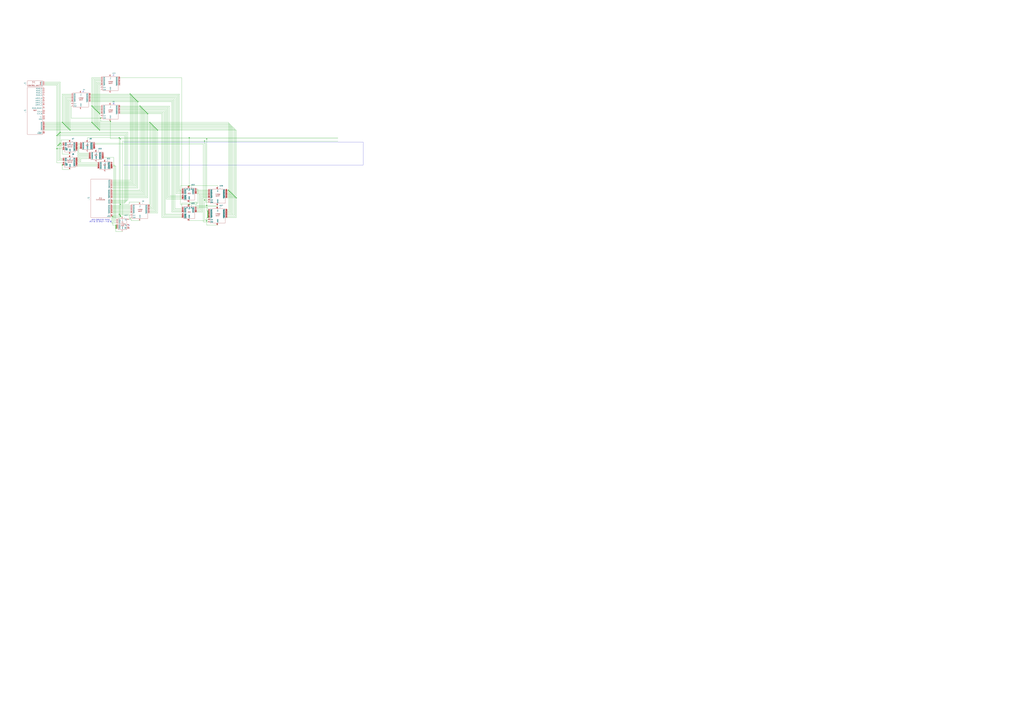
<source format=kicad_sch>
(kicad_sch (version 20231120) (generator "eeschema") (generator_version "8.0")
  (paper "A0")
  (lib_symbols
    (symbol "custom_symbol_lib:2x_4_input_AND"
      (property "Reference" "U" (at 3.556 2.032 0))
      (symbol "2x_4_input_AND_1_1"
        (rectangle (start -5.08 6.35) (end 5.08 -6.35))
        (text "2x\n4-input\nAND" (at 0 0.254 0) (effects (font (size 1.27 1.27))))
        (pin input line (at -7.62 5.08 0) (length 2.54) (name "1A") (number "1"))
        (pin input line (at -7.62 -2.54 0) (length 2.54) (name "2B") (number "10"))
        (pin no_connect line (at 7.62 -5.08 180) (length 2.54) (name "NC") (number "11"))
        (pin input line (at -7.62 -3.81 0) (length 2.54) (name "2C") (number "12"))
        (pin input line (at -7.62 -5.08 0) (length 2.54) (name "2D") (number "13"))
        (pin power_in line (at 0 8.89 270) (length 2.54) (name "V+") (number "14"))
        (pin input line (at -7.62 3.81 0) (length 2.54) (name "1B") (number "2"))
        (pin no_connect line (at 7.62 -3.81 180) (length 2.54) (name "NC") (number "3"))
        (pin input line (at -7.62 2.54 0) (length 2.54) (name "1C") (number "4"))
        (pin input line (at -7.62 1.27 0) (length 2.54) (name "1D") (number "5"))
        (pin output line (at 7.62 5.08 180) (length 2.54) (name "1Q") (number "6"))
        (pin power_in line (at 0 -8.89 90) (length 2.54) (name "GND") (number "7"))
        (pin output line (at 7.62 -1.27 180) (length 2.54) (name "2Q") (number "8"))
        (pin input line (at -7.62 -1.27 0) (length 2.54) (name "2A") (number "9"))
      )
    )
    (symbol "custom_symbol_lib:3_to_8_demultiplexer"
      (property "Reference" "U" (at 1.27 -1.016 0))
      (symbol "3_to_8_demultiplexer_1_1"
        (rectangle (start -6.35 6.35) (end 6.35 -5.08))
        (text "Demulti\nplexer" (at 0 2.032 0) (effects (font (size 1.27 1.27))))
        (pin input line (at -8.89 5.08 0) (length 2.54) (name "A0") (number "1"))
        (pin output line (at 8.89 -1.27 180) (length 2.54) (name "Y5") (number "10"))
        (pin output line (at 8.89 0 180) (length 2.54) (name "Y4") (number "11"))
        (pin output line (at 8.89 1.27 180) (length 2.54) (name "Y3") (number "12"))
        (pin output line (at 8.89 2.54 180) (length 2.54) (name "Y2") (number "13"))
        (pin output line (at 8.89 3.81 180) (length 2.54) (name "Y1") (number "14"))
        (pin output line (at 8.89 5.08 180) (length 2.54) (name "Y0") (number "15"))
        (pin power_in line (at 0 8.89 270) (length 2.54) (name "V+") (number "16"))
        (pin input line (at -8.89 3.81 0) (length 2.54) (name "A1") (number "2"))
        (pin input line (at -8.89 2.54 0) (length 2.54) (name "A2") (number "3"))
        (pin input line (at -8.89 -1.27 0) (length 2.54) (name "E2#") (number "4"))
        (pin input line (at -8.89 -2.54 0) (length 2.54) (name "E3#") (number "5"))
        (pin input line (at -8.89 0 0) (length 2.54) (name "E1") (number "6"))
        (pin output line (at 8.89 -3.81 180) (length 2.54) (name "Y7") (number "7"))
        (pin power_in line (at 0 -7.62 90) (length 2.54) (name "GND") (number "8"))
        (pin output line (at 8.89 -2.54 180) (length 2.54) (name "Y6") (number "9"))
      )
    )
    (symbol "custom_symbol_lib:4bit_adder"
      (property "Reference" "U" (at -2.794 4.064 0))
      (symbol "4bit_adder_0_1"
        (rectangle (start -8.89 12.7) (end 3.81 -1.27))
      )
      (symbol "4bit_adder_1_1"
        (text "ADD" (at -2.54 6.35 0) (effects (font (size 1.27 1.27))))
        (pin output line (at 6.35 8.89 180) (length 2.54) (name "Σ1") (number "1"))
        (pin output line (at 6.35 6.35 180) (length 2.54) (name "Σ3") (number "10"))
        (pin input line (at -11.43 0 0) (length 2.54) (name "B3") (number "11"))
        (pin input line (at -11.43 6.35 0) (length 2.54) (name "A3") (number "12"))
        (pin output line (at 6.35 7.62 180) (length 2.54) (name "Σ2") (number "13"))
        (pin input line (at -11.43 7.62 0) (length 2.54) (name "A2") (number "14"))
        (pin input line (at -11.43 1.27 0) (length 2.54) (name "B2") (number "15"))
        (pin power_in line (at -2.54 15.24 270) (length 2.54) (name "V+") (number "16"))
        (pin input line (at -11.43 2.54 0) (length 2.54) (name "B1") (number "2"))
        (pin input line (at -11.43 8.89 0) (length 2.54) (name "A1") (number "3"))
        (pin output line (at 6.35 10.16 180) (length 2.54) (name "Σ0") (number "4"))
        (pin input line (at -11.43 10.16 0) (length 2.54) (name "A0") (number "5"))
        (pin input line (at -11.43 3.81 0) (length 2.54) (name "B0") (number "6"))
        (pin input line (at -11.43 11.43 0) (length 2.54) (name "C_IN") (number "7"))
        (pin power_in line (at -2.54 -3.81 90) (length 2.54) (name "GND") (number "8"))
        (pin output line (at 6.35 11.43 180) (length 2.54) (name "C_OUT") (number "9"))
      )
    )
    (symbol "custom_symbol_lib:6xNOT"
      (property "Reference" "U" (at -2.032 -1.016 0))
      (symbol "6xNOT_0_1"
        (rectangle (start -6.35 5.08) (end 6.35 -3.81))
      )
      (symbol "6xNOT_1_1"
        (text "NOT" (at -0.254 1.27 0) (effects (font (size 1.27 1.27))))
        (pin input line (at -8.89 3.81 0) (length 2.54) (name "I0") (number "1"))
        (pin output line (at 8.89 -1.27 180) (length 2.54) (name "O4") (number "10"))
        (pin input line (at -8.89 -1.27 0) (length 2.54) (name "I4") (number "11"))
        (pin output line (at 8.89 -2.54 180) (length 2.54) (name "O5") (number "12"))
        (pin input line (at -8.89 -2.54 0) (length 2.54) (name "I5") (number "13"))
        (pin power_in line (at 0 7.62 270) (length 2.54) (name "V+") (number "14"))
        (pin output line (at 8.89 3.81 180) (length 2.54) (name "O0") (number "2"))
        (pin input line (at -8.89 2.54 0) (length 2.54) (name "I1") (number "3"))
        (pin output line (at 8.89 2.54 180) (length 2.54) (name "O1") (number "4"))
        (pin input line (at -8.89 1.27 0) (length 2.54) (name "I2") (number "5"))
        (pin output line (at 8.89 1.27 180) (length 2.54) (name "O2") (number "6"))
        (pin power_in line (at 0 -6.35 90) (length 2.54) (name "GND") (number "7"))
        (pin output line (at 8.89 0 180) (length 2.54) (name "03") (number "8"))
        (pin input line (at -8.89 0 0) (length 2.54) (name "I3") (number "9"))
      )
    )
    (symbol "custom_symbol_lib:ALU_extension"
      (property "Reference" "U" (at 0 -3.81 0))
      (symbol "ALU_extension_0_1"
        (rectangle (start -11.43 22.86) (end 11.43 -21.59))
      )
      (symbol "ALU_extension_1_1"
        (text "ALU\nEXTENSION" (at 0 0 0) (effects (font (size 1.27 1.27))))
        (pin input line (at -13.97 21.59 0) (length 2.54) (name "A0") (number "1"))
        (pin input line (at -13.97 8.89 0) (length 2.54) (name "B1") (number "10"))
        (pin input line (at -13.97 7.62 0) (length 2.54) (name "B2") (number "11"))
        (pin input line (at -13.97 6.35 0) (length 2.54) (name "B3") (number "12"))
        (pin input line (at -13.97 5.08 0) (length 2.54) (name "B4") (number "13"))
        (pin input line (at -13.97 3.81 0) (length 2.54) (name "B5") (number "14"))
        (pin input line (at -13.97 2.54 0) (length 2.54) (name "B6") (number "15"))
        (pin input line (at -13.97 1.27 0) (length 2.54) (name "B7") (number "16"))
        (pin input line (at -13.97 -1.27 0) (length 2.54) (name "S0") (number "17"))
        (pin input line (at -13.97 -2.54 0) (length 2.54) (name "S1") (number "18"))
        (pin input line (at -13.97 -3.81 0) (length 2.54) (name "S2") (number "19"))
        (pin input line (at -13.97 20.32 0) (length 2.54) (name "A1") (number "2"))
        (pin input line (at -13.97 -5.08 0) (length 2.54) (name "S3") (number "20"))
        (pin output line (at -13.97 -7.62 0) (length 2.54) (name "O0") (number "21"))
        (pin output line (at -13.97 -8.89 0) (length 2.54) (name "O1") (number "22"))
        (pin output line (at -13.97 -10.16 0) (length 2.54) (name "O2") (number "23"))
        (pin output line (at -13.97 -11.43 0) (length 2.54) (name "O3") (number "24"))
        (pin output line (at -13.97 -12.7 0) (length 2.54) (name "O4") (number "25"))
        (pin output line (at -13.97 -13.97 0) (length 2.54) (name "O5") (number "26"))
        (pin output line (at -13.97 -15.24 0) (length 2.54) (name "O6") (number "27"))
        (pin output line (at -13.97 -16.51 0) (length 2.54) (name "O7") (number "28"))
        (pin power_in line (at -13.97 -19.05 0) (length 2.54) (name "V+") (number "29"))
        (pin input line (at -13.97 19.05 0) (length 2.54) (name "A2") (number "3"))
        (pin power_in line (at -13.97 -20.32 0) (length 2.54) (name "GND") (number "30"))
        (pin input line (at -13.97 17.78 0) (length 2.54) (name "A3") (number "4"))
        (pin input line (at -13.97 16.51 0) (length 2.54) (name "A4") (number "5"))
        (pin input line (at -13.97 15.24 0) (length 2.54) (name "A5") (number "6"))
        (pin input line (at -13.97 13.97 0) (length 2.54) (name "A6") (number "7"))
        (pin input line (at -13.97 12.7 0) (length 2.54) (name "A7") (number "8"))
        (pin input line (at -13.97 10.16 0) (length 2.54) (name "B0") (number "9"))
      )
    )
    (symbol "custom_symbol_lib:ALU_opcode"
      (property "Reference" "U" (at -3.302 0.508 0))
      (symbol "ALU_opcode_0_1"
        (rectangle (start -7.62 3.81) (end 10.16 -2.54))
      )
      (symbol "ALU_opcode_1_1"
        (text "ALU\n- -\nCONTROL UNIT" (at 2.794 0.508 0) (effects (font (size 1.27 1.27))))
        (text "OPCODE" (at -5.08 0.762 900) (effects (font (size 0.762 0.762))))
        (pin bidirectional line (at -10.16 2.54 0) (length 2.54) (name "0") (number "1"))
        (pin bidirectional line (at -10.16 1.27 0) (length 2.54) (name "1") (number "2"))
        (pin bidirectional line (at -10.16 0 0) (length 2.54) (name "2") (number "3"))
        (pin bidirectional line (at -10.16 -1.27 0) (length 2.54) (name "3") (number "4"))
      )
    )
    (symbol "custom_symbol_lib:bus_edge_connector"
      (property "Reference" "U" (at 0 -1.27 0))
      (symbol "bus_edge_connector_0_1"
        (rectangle (start -8.89 27.94) (end 8.89 -26.67))
      )
      (symbol "bus_edge_connector_1_1"
        (text "BUS" (at 0 1.27 0) (effects (font (size 1.27 1.27))))
        (pin bidirectional line (at -11.43 26.67 0) (length 2.54) (name "READ_0") (number "1"))
        (pin bidirectional line (at -11.43 0 0) (length 2.54) (name "CLK_A") (number "10"))
        (pin bidirectional line (at -11.43 -2.54 0) (length 2.54) (name "CLK_B") (number "11"))
        (pin power_out line (at -11.43 -6.35 0) (length 2.54) (name "V+") (number "12"))
        (pin power_out line (at -11.43 -8.89 0) (length 2.54) (name "GND") (number "13"))
        (pin bidirectional line (at -11.43 -12.7 0) (length 2.54) (name "D0") (number "14"))
        (pin bidirectional line (at -11.43 -13.97 0) (length 2.54) (name "D1") (number "15"))
        (pin bidirectional line (at -11.43 -15.24 0) (length 2.54) (name "D2") (number "16"))
        (pin bidirectional line (at -11.43 -16.51 0) (length 2.54) (name "D3") (number "17"))
        (pin bidirectional line (at -11.43 -17.78 0) (length 2.54) (name "D4") (number "18"))
        (pin bidirectional line (at -11.43 -19.05 0) (length 2.54) (name "D5") (number "19"))
        (pin bidirectional line (at -11.43 24.13 0) (length 2.54) (name "READ_1") (number "2"))
        (pin bidirectional line (at -11.43 -20.32 0) (length 2.54) (name "D6") (number "20"))
        (pin bidirectional line (at -11.43 -21.59 0) (length 2.54) (name "D7") (number "21"))
        (pin bidirectional line (at -11.43 -24.13 0) (length 2.54) (name "FAULT") (number "22"))
        (pin bidirectional line (at -11.43 -25.4 0) (length 2.54) (name "ENABLE") (number "23"))
        (pin bidirectional line (at -11.43 21.59 0) (length 2.54) (name "READ_2") (number "3"))
        (pin bidirectional line (at -11.43 19.05 0) (length 2.54) (name "READ_3") (number "4"))
        (pin bidirectional line (at -11.43 15.24 0) (length 2.54) (name "WRITE_0") (number "5"))
        (pin bidirectional line (at -11.43 12.7 0) (length 2.54) (name "WRITE_1") (number "6"))
        (pin bidirectional line (at -11.43 10.16 0) (length 2.54) (name "WRITE_2") (number "7"))
        (pin bidirectional line (at -11.43 7.62 0) (length 2.54) (name "WRITE_2") (number "8"))
        (pin bidirectional line (at -11.43 3.81 0) (length 2.54) (name "READ_READY") (number "9"))
      )
    )
    (symbol "custom_symbol_lib:rising_edge_8_bit_latch"
      (property "Reference" "U" (at 0 -1.016 0))
      (symbol "rising_edge_8_bit_latch_0_1"
        (rectangle (start -8.89 8.89) (end 8.89 -7.62))
      )
      (symbol "rising_edge_8_bit_latch_1_1"
        (text "+edge\nlatch" (at 0 2.032 0) (effects (font (size 1.27 1.27))))
        (pin input line (at -11.43 -6.35 0) (length 2.54) (name "OE#") (number "1"))
        (pin power_in line (at 0 -10.16 90) (length 2.54) (name "GND") (number "10"))
        (pin input line (at -11.43 -3.81 0) (length 2.54) (name "CLK") (number "11"))
        (pin output line (at 11.43 -1.27 180) (length 2.54) (name "Q7") (number "12"))
        (pin output line (at 11.43 0 180) (length 2.54) (name "Q6") (number "13"))
        (pin output line (at 11.43 1.27 180) (length 2.54) (name "Q5") (number "14"))
        (pin output line (at 11.43 2.54 180) (length 2.54) (name "Q4") (number "15"))
        (pin output line (at 11.43 3.81 180) (length 2.54) (name "Q3") (number "16"))
        (pin output line (at 11.43 5.08 180) (length 2.54) (name "Q2") (number "17"))
        (pin output line (at 11.43 6.35 180) (length 2.54) (name "Q1") (number "18"))
        (pin output line (at 11.43 7.62 180) (length 2.54) (name "Q0") (number "19"))
        (pin input line (at -11.43 7.62 0) (length 2.54) (name "D0") (number "2"))
        (pin power_in line (at 0 11.43 270) (length 2.54) (name "V+") (number "20"))
        (pin input line (at -11.43 6.35 0) (length 2.54) (name "D1") (number "3"))
        (pin input line (at -11.43 5.08 0) (length 2.54) (name "D2") (number "4"))
        (pin input line (at -11.43 3.81 0) (length 2.54) (name "D3") (number "5"))
        (pin input line (at -11.43 2.54 0) (length 2.54) (name "D4") (number "6"))
        (pin input line (at -11.43 1.27 0) (length 2.54) (name "D5") (number "7"))
        (pin input line (at -11.43 0 0) (length 2.54) (name "D6") (number "8"))
        (pin input line (at -11.43 -1.27 0) (length 2.54) (name "D7") (number "9"))
      )
    )
  )
  (junction (at 138.43 160.02))
  (junction (at 134.62 265.43))
  (junction (at 182.88 151.13))
  (junction (at 270.51 226.06))
  (junction (at 173.99 142.24))
  (junction (at 158.75 116.84))
  (junction (at 151.13 109.22))
  (junction (at 240.03 238.76))
  (junction (at 240.03 161.29))
  (junction (at 66.04 157.48))
  (junction (at 180.34 148.59))
  (junction (at 106.68 142.24))
  (junction (at 241.3 251.46))
  (junction (at 111.76 128.27))
  (junction (at 107.95 124.46))
  (junction (at 241.3 246.38))
  (junction (at 67.31 168.91))
  (junction (at 139.7 250.19))
  (junction (at 241.3 248.92))
  (junction (at 177.8 146.05))
  (junction (at 110.49 146.05))
  (junction (at 128.27 140.97))
  (junction (at 219.71 237.49))
  (junction (at 170.18 130.81))
  (junction (at 107.95 143.51))
  (junction (at 219.71 160.02))
  (junction (at 113.03 129.54))
  (junction (at 154.94 113.03))
  (junction (at 138.43 248.92))
  (junction (at 106.68 123.19))
  (junction (at 241.3 247.65))
  (junction (at 116.84 137.16))
  (junction (at 274.32 229.87))
  (junction (at 72.39 142.24))
  (junction (at 179.07 147.32))
  (junction (at 241.3 252.73))
  (junction (at 113.03 148.59))
  (junction (at 152.4 110.49))
  (junction (at 219.71 215.9))
  (junction (at 72.39 191.77))
  (junction (at 167.64 128.27))
  (junction (at 139.7 237.49))
  (junction (at 153.67 111.76))
  (junction (at 109.22 144.78))
  (junction (at 66.04 172.72))
  (junction (at 165.1 125.73))
  (junction (at 109.22 125.73))
  (junction (at 240.03 256.54))
  (junction (at 157.48 115.57))
  (junction (at 162.56 123.19))
  (junction (at 74.93 144.78))
  (junction (at 269.24 224.79))
  (junction (at 163.83 124.46))
  (junction (at 168.91 129.54))
  (junction (at 267.97 223.52))
  (junction (at 115.57 151.13))
  (junction (at 68.58 167.64))
  (junction (at 265.43 220.98))
  (junction (at 110.49 127))
  (junction (at 139.7 161.29))
  (junction (at 175.26 143.51))
  (junction (at 134.62 264.16))
  (junction (at 76.2 146.05))
  (junction (at 156.21 114.3))
  (junction (at 115.57 132.08))
  (junction (at 181.61 149.86))
  (junction (at 114.3 149.86))
  (junction (at 241.3 245.11))
  (junction (at 176.53 144.78))
  (junction (at 77.47 147.32))
  (junction (at 80.01 149.86))
  (junction (at 73.66 143.51))
  (junction (at 134.62 261.62))
  (junction (at 81.28 151.13))
  (junction (at 171.45 132.08))
  (junction (at 160.02 118.11))
  (junction (at 69.85 153.67))
  (junction (at 139.7 251.46))
  (junction (at 67.31 156.21))
  (junction (at 68.58 154.94))
  (junction (at 111.76 147.32))
  (junction (at 69.85 166.37))
  (junction (at 273.05 228.6))
  (junction (at 237.49 163.83))
  (junction (at 114.3 130.81))
  (junction (at 134.62 262.89))
  (junction (at 166.37 127))
  (junction (at 130.81 251.46))
  (junction (at 78.74 148.59))
  (junction (at 237.49 232.41))
  (junction (at 271.78 227.33))
  (junction (at 241.3 250.19))
  (junction (at 266.7 222.25))
  (no_connect (at 149.86 261.62))
  (wire (pts (xy 73.66 143.51) (xy 52.07 143.51)))
  (wire (pts (xy 210.82 220.98) (xy 208.28 220.98)))
  (wire (pts (xy 78.74 148.59) (xy 113.03 148.59)))
  (wire (pts (xy 207.01 222.25) (xy 210.82 222.25)))
  (wire (pts (xy 147.32 233.68) (xy 147.32 154.94)))
  (wire (pts (xy 210.82 248.92) (xy 191.77 248.92)))
  (wire (pts (xy 181.61 149.86) (xy 114.3 149.86)))
  (wire (pts (xy 68.58 96.52) (xy 52.07 96.52)))
  (wire (pts (xy 158.75 116.84) (xy 158.75 217.17)))
  (wire (pts (xy 167.64 128.27) (xy 167.64 226.06)))
  (wire (pts (xy 190.5 129.54) (xy 190.5 250.19)))
  (wire (pts (xy 76.2 113.03) (xy 76.2 146.05)))
  (wire (pts (xy 110.49 146.05) (xy 177.8 146.05)))
  (wire (pts (xy 76.2 146.05) (xy 52.07 146.05)))
  (wire (pts (xy 146.05 234.95) (xy 146.05 156.21)))
  (wire (pts (xy 179.07 147.32) (xy 111.76 147.32)))
  (wire (pts (xy 237.49 163.83) (xy 392.43 163.83)))
  (wire (pts (xy 157.48 115.57) (xy 201.93 115.57)))
  (wire (pts (xy 148.59 153.67) (xy 148.59 232.41)))
  (wire (pts (xy 168.91 227.33) (xy 168.91 129.54)))
  (wire (pts (xy 177.8 146.05) (xy 177.8 242.57)))
  (wire (pts (xy 209.55 237.49) (xy 209.55 215.9)))
  (wire (pts (xy 130.81 215.9) (xy 157.48 215.9)))
  (wire (pts (xy 234.95 229.87) (xy 234.95 246.38)))
  (wire (pts (xy 130.81 233.68) (xy 147.32 233.68)))
  (wire (pts (xy 170.18 130.81) (xy 170.18 228.6)))
  (wire (pts (xy 170.18 228.6) (xy 130.81 228.6)))
  (wire (pts (xy 130.81 229.87) (xy 171.45 229.87)))
  (wire (pts (xy 110.49 127) (xy 110.49 93.98)))
  (wire (pts (xy 173.99 142.24) (xy 106.68 142.24)))
  (wire (pts (xy 90.17 185.42) (xy 91.44 185.42)))
  (wire (pts (xy 134.62 193.04) (xy 134.62 255.27)))
  (wire (pts (xy 264.16 228.6) (xy 273.05 228.6)))
  (wire (pts (xy 105.41 111.76) (xy 153.67 111.76)))
  (wire (pts (xy 241.3 246.38) (xy 241.3 247.65)))
  (wire (pts (xy 264.16 248.92) (xy 270.51 248.92)))
  (wire (pts (xy 139.7 128.27) (xy 167.64 128.27)))
  (wire (pts (xy 109.22 144.78) (xy 176.53 144.78)))
  (wire (pts (xy 130.81 261.62) (xy 134.62 261.62)))
  (wire (pts (xy 158.75 217.17) (xy 130.81 217.17)))
  (wire (pts (xy 265.43 243.84) (xy 265.43 220.98)))
  (wire (pts (xy 134.62 262.89) (xy 134.62 264.16)))
  (wire (pts (xy 190.5 250.19) (xy 210.82 250.19)))
  (wire (pts (xy 163.83 124.46) (xy 139.7 124.46)))
  (wire (pts (xy 267.97 246.38) (xy 267.97 223.52)))
  (wire (pts (xy 228.6 238.76) (xy 240.03 238.76)))
  (wire (pts (xy 74.93 144.78) (xy 109.22 144.78)))
  (wire (pts (xy 120.65 182.88) (xy 132.08 182.88)))
  (wire (pts (xy 234.95 246.38) (xy 228.6 246.38)))
  (wire (pts (xy 80.01 149.86) (xy 80.01 116.84)))
  (wire (pts (xy 210.82 245.11) (xy 200.66 245.11)))
  (wire (pts (xy 237.49 163.83) (xy 237.49 232.41)))
  (polyline (pts (xy 421.64 165.1) (xy 421.64 191.77)))
  (wire (pts (xy 130.81 238.76) (xy 151.13 238.76)))
  (wire (pts (xy 128.27 140.97) (xy 116.84 140.97)))
  (wire (pts (xy 72.39 190.5) (xy 72.39 191.77)))
  (wire (pts (xy 154.94 113.03) (xy 105.41 113.03)))
  (wire (pts (xy 274.32 252.73) (xy 264.16 252.73)))
  (wire (pts (xy 90.17 189.23) (xy 113.03 189.23)))
  (wire (pts (xy 210.82 229.87) (xy 194.31 229.87)))
  (wire (pts (xy 151.13 255.27) (xy 151.13 252.73)))
  (wire (pts (xy 219.71 160.02) (xy 392.43 160.02)))
  (wire (pts (xy 167.64 226.06) (xy 130.81 226.06)))
  (wire (pts (xy 91.44 173.99) (xy 90.17 173.99)))
  (wire (pts (xy 264.16 229.87) (xy 274.32 229.87)))
  (wire (pts (xy 147.32 154.94) (xy 68.58 154.94)))
  (wire (pts (xy 139.7 250.19) (xy 139.7 237.49)))
  (wire (pts (xy 110.49 127) (xy 110.49 146.05)))
  (wire (pts (xy 106.68 90.17) (xy 106.68 123.19)))
  (wire (pts (xy 199.39 246.38) (xy 210.82 246.38)))
  (wire (pts (xy 181.61 246.38) (xy 181.61 149.86)))
  (wire (pts (xy 134.62 269.24) (xy 142.24 269.24)))
  (wire (pts (xy 115.57 132.08) (xy 115.57 99.06)))
  (wire (pts (xy 66.04 99.06) (xy 66.04 157.48)))
  (wire (pts (xy 116.84 97.79) (xy 114.3 97.79)))
  (wire (pts (xy 113.03 129.54) (xy 113.03 148.59)))
  (wire (pts (xy 232.41 243.84) (xy 228.6 243.84)))
  (wire (pts (xy 130.81 240.03) (xy 151.13 240.03)))
  (wire (pts (xy 68.58 167.64) (xy 72.39 167.64)))
  (wire (pts (xy 241.3 241.3) (xy 241.3 243.84)))
  (wire (pts (xy 151.13 109.22) (xy 208.28 109.22)))
  (wire (pts (xy 160.02 118.11) (xy 199.39 118.11)))
  (wire (pts (xy 139.7 251.46) (xy 139.7 250.19)))
  (wire (pts (xy 153.67 111.76) (xy 153.67 212.09)))
  (wire (pts (xy 210.82 251.46) (xy 189.23 251.46)))
  (wire (pts (xy 130.81 218.44) (xy 160.02 218.44)))
  (wire (pts (xy 236.22 257.81) (xy 241.3 257.81)))
  (wire (pts (xy 105.41 109.22) (xy 151.13 109.22)))
  (wire (pts (xy 90.17 167.64) (xy 92.71 167.64)))
  (wire (pts (xy 241.3 227.33) (xy 232.41 227.33)))
  (wire (pts (xy 240.03 256.54) (xy 240.03 261.62)))
  (wire (pts (xy 130.81 245.11) (xy 151.13 245.11)))
  (wire (pts (xy 91.44 181.61) (xy 102.87 181.61)))
  (wire (pts (xy 241.3 248.92) (xy 241.3 250.19)))
  (wire (pts (xy 66.04 157.48) (xy 66.04 172.72)))
  (wire (pts (xy 194.31 229.87) (xy 194.31 125.73)))
  (wire (pts (xy 241.3 229.87) (xy 234.95 229.87)))
  (wire (pts (xy 156.21 114.3) (xy 156.21 214.63)))
  (wire (pts (xy 138.43 160.02) (xy 138.43 248.92)))
  (wire (pts (xy 241.3 245.11) (xy 241.3 246.38)))
  (wire (pts (xy 130.81 247.65) (xy 151.13 247.65)))
  (wire (pts (xy 236.22 167.64) (xy 236.22 257.81)))
  (wire (pts (xy 219.71 160.02) (xy 219.71 215.9)))
  (wire (pts (xy 109.22 125.73) (xy 116.84 125.73)))
  (wire (pts (xy 139.7 123.19) (xy 162.56 123.19)))
  (wire (pts (xy 180.34 148.59) (xy 180.34 245.11)))
  (wire (pts (xy 152.4 110.49) (xy 105.41 110.49)))
  (wire (pts (xy 130.81 242.57) (xy 151.13 242.57)))
  (wire (pts (xy 68.58 185.42) (xy 72.39 185.42)))
  (wire (pts (xy 203.2 242.57) (xy 203.2 114.3)))
  (wire (pts (xy 110.49 167.64) (xy 236.22 167.64)))
  (wire (pts (xy 264.16 224.79) (xy 269.24 224.79)))
  (wire (pts (xy 195.58 228.6) (xy 210.82 228.6)))
  (wire (pts (xy 177.8 242.57) (xy 173.99 242.57)))
  (wire (pts (xy 73.66 143.51) (xy 107.95 143.51)))
  (wire (pts (xy 90.17 179.07) (xy 102.87 179.07)))
  (wire (pts (xy 52.07 144.78) (xy 74.93 144.78)))
  (wire (pts (xy 71.12 162.56) (xy 81.28 162.56)))
  (wire (pts (xy 163.83 222.25) (xy 163.83 124.46)))
  (wire (pts (xy 264.16 223.52) (xy 267.97 223.52)))
  (wire (pts (xy 238.76 234.95) (xy 238.76 166.37)))
  (wire (pts (xy 152.4 110.49) (xy 207.01 110.49)))
  (wire (pts (xy 240.03 161.29) (xy 392.43 161.29)))
  (wire (pts (xy 264.16 251.46) (xy 273.05 251.46)))
  (wire (pts (xy 204.47 224.79) (xy 210.82 224.79)))
  (wire (pts (xy 130.81 213.36) (xy 154.94 213.36)))
  (wire (pts (xy 116.84 92.71) (xy 109.22 92.71)))
  (wire (pts (xy 252.73 240.03) (xy 227.33 240.03)))
  (wire (pts (xy 180.34 245.11) (xy 173.99 245.11)))
  (wire (pts (xy 134.62 265.43) (xy 134.62 269.24)))
  (wire (pts (xy 82.55 110.49) (xy 73.66 110.49)))
  (wire (pts (xy 139.7 237.49) (xy 139.7 161.29)))
  (wire (pts (xy 228.6 241.3) (xy 241.3 241.3)))
  (wire (pts (xy 241.3 234.95) (xy 238.76 234.95)))
  (wire (pts (xy 219.71 234.95) (xy 228.6 234.95)))
  (wire (pts (xy 160.02 118.11) (xy 105.41 118.11)))
  (wire (pts (xy 241.3 252.73) (xy 240.03 252.73)))
  (wire (pts (xy 111.76 128.27) (xy 116.84 128.27)))
  (wire (pts (xy 52.07 147.32) (xy 77.47 147.32)))
  (wire (pts (xy 191.77 128.27) (xy 167.64 128.27)))
  (wire (pts (xy 114.3 149.86) (xy 114.3 130.81)))
  (wire (pts (xy 102.87 180.34) (xy 90.17 180.34)))
  (wire (pts (xy 115.57 132.08) (xy 115.57 151.13)))
  (wire (pts (xy 74.93 111.76) (xy 82.55 111.76)))
  (wire (pts (xy 171.45 132.08) (xy 139.7 132.08)))
  (wire (pts (xy 72.39 142.24) (xy 106.68 142.24)))
  (wire (pts (xy 69.85 166.37) (xy 69.85 153.67)))
  (wire (pts (xy 149.86 237.49) (xy 149.86 234.95)))
  (wire (pts (xy 157.48 215.9) (xy 157.48 115.57)))
  (wire (pts (xy 207.01 110.49) (xy 207.01 222.25)))
  (wire (pts (xy 271.78 227.33) (xy 271.78 250.19)))
  (wire (pts (xy 90.17 168.91) (xy 92.71 168.91)))
  (wire (pts (xy 130.81 193.04) (xy 134.62 193.04)))
  (wire (pts (xy 209.55 215.9) (xy 219.71 215.9)))
  (wire (pts (xy 157.48 115.57) (xy 105.41 115.57)))
  (wire (pts (xy 130.81 243.84) (xy 151.13 243.84)))
  (wire (pts (xy 109.22 92.71) (xy 109.22 125.73)))
  (wire (pts (xy 90.17 193.04) (xy 113.03 193.04)))
  (wire (pts (xy 116.84 95.25) (xy 111.76 95.25)))
  (wire (pts (xy 138.43 248.92) (xy 149.86 248.92)))
  (wire (pts (xy 90.17 170.18) (xy 92.71 170.18)))
  (wire (pts (xy 252.73 217.17) (xy 252.73 215.9)))
  (wire (pts (xy 52.07 99.06) (xy 66.04 99.06)))
  (wire (pts (xy 146.05 156.21) (xy 67.31 156.21)))
  (wire (pts (xy 68.58 154.94) (xy 68.58 96.52)))
  (wire (pts (xy 266.7 222.25) (xy 266.7 245.11)))
  (wire (pts (xy 113.03 96.52) (xy 116.84 96.52)))
  (wire (pts (xy 130.81 250.19) (xy 139.7 250.19)))
  (wire (pts (xy 165.1 125.73) (xy 165.1 223.52)))
  (wire (pts (xy 72.39 142.24) (xy 72.39 109.22)))
  (wire (pts (xy 153.67 212.09) (xy 130.81 212.09)))
  (wire (pts (xy 228.6 234.95) (xy 228.6 238.76)))
  (wire (pts (xy 67.31 168.91) (xy 67.31 156.21)))
  (wire (pts (xy 240.03 261.62) (xy 252.73 261.62)))
  (wire (pts (xy 110.49 93.98) (xy 116.84 93.98)))
  (wire (pts (xy 237.49 232.41) (xy 241.3 232.41)))
  (wire (pts (xy 200.66 116.84) (xy 158.75 116.84)))
  (wire (pts (xy 93.98 184.15) (xy 102.87 184.15)))
  (wire (pts (xy 72.39 186.69) (xy 67.31 186.69)))
  (wire (pts (xy 228.6 224.79) (xy 241.3 224.79)))
  (wire (pts (xy 154.94 113.03) (xy 204.47 113.03)))
  (wire (pts (xy 265.43 220.98) (xy 265.43 142.24)))
  (polyline (pts (xy 143.51 191.77) (xy 421.64 191.77)))
  (wire (pts (xy 233.68 228.6) (xy 241.3 228.6)))
  (wire (pts (xy 269.24 146.05) (xy 269.24 224.79)))
  (wire (pts (xy 82.55 123.19) (xy 82.55 137.16)))
  (wire (pts (xy 115.57 151.13) (xy 182.88 151.13)))
  (wire (pts (xy 106.68 123.19) (xy 106.68 142.24)))
  (wire (pts (xy 73.66 110.49) (xy 73.66 143.51)))
  (wire (pts (xy 241.3 255.27) (xy 237.49 255.27)))
  (wire (pts (xy 204.47 113.03) (xy 204.47 224.79)))
  (wire (pts (xy 139.7 129.54) (xy 168.91 129.54)))
  (wire (pts (xy 179.07 243.84) (xy 179.07 147.32)))
  (wire (pts (xy 114.3 97.79) (xy 114.3 130.81)))
  (wire (pts (xy 191.77 248.92) (xy 191.77 128.27)))
  (wire (pts (xy 72.39 179.07) (xy 81.28 179.07)))
  (wire (pts (xy 219.71 256.54) (xy 240.03 256.54)))
  (wire (pts (xy 77.47 114.3) (xy 82.55 114.3)))
  (wire (pts (xy 101.6 160.02) (xy 138.43 160.02)))
  (wire (pts (xy 162.56 123.19) (xy 162.56 220.98)))
  (wire (pts (xy 67.31 186.69) (xy 67.31 168.91)))
  (wire (pts (xy 237.49 232.41) (xy 237.49 255.27)))
  (wire (pts (xy 102.87 182.88) (xy 92.71 182.88)))
  (wire (pts (xy 264.16 227.33) (xy 271.78 227.33)))
  (wire (pts (xy 238.76 166.37) (xy 110.49 166.37)))
  (wire (pts (xy 156.21 214.63) (xy 130.81 214.63)))
  (wire (pts (xy 151.13 109.22) (xy 151.13 209.55)))
  (wire (pts (xy 270.51 248.92) (xy 270.51 226.06)))
  (wire (pts (xy 142.24 251.46) (xy 139.7 251.46)))
  (wire (pts (xy 82.55 115.57) (xy 78.74 115.57)))
  (wire (pts (xy 252.73 215.9) (xy 219.71 215.9)))
  (wire (pts (xy 173.99 246.38) (xy 181.61 246.38)))
  (wire (pts (xy 102.87 177.8) (xy 91.44 177.8)))
  (wire (pts (xy 91.44 185.42) (xy 91.44 181.61)))
  (wire (pts (xy 78.74 148.59) (xy 52.07 148.59)))
  (wire (pts (xy 139.7 252.73) (xy 139.7 251.46)))
  (wire (pts (xy 240.03 161.29) (xy 240.03 238.76)))
  (wire (pts (xy 264.16 247.65) (xy 269.24 247.65)))
  (wire (pts (xy 139.7 161.29) (xy 240.03 161.29)))
  (wire (pts (xy 171.45 132.08) (xy 187.96 132.08)))
  (wire (pts (xy 195.58 124.46) (xy 195.58 228.6)))
  (wire (pts (xy 173.99 241.3) (xy 176.53 241.3)))
  (wire (pts (xy 182.88 151.13) (xy 182.88 247.65)))
  (wire (pts (xy 144.78 157.48) (xy 144.78 236.22)))
  (wire (pts (xy 72.39 173.99) (xy 72.39 179.07)))
  (wire (pts (xy 228.6 242.57) (xy 231.14 242.57)))
  (wire (pts (xy 264.16 220.98) (xy 265.43 220.98)))
  (wire (pts (xy 149.86 254) (xy 152.4 254)))
  (wire (pts (xy 116.84 132.08) (xy 115.57 132.08)))
  (wire (pts (xy 201.93 115.57) (xy 201.93 243.84)))
  (wire (pts (xy 219.71 237.49) (xy 209.55 237.49)))
  (wire (pts (xy 237.49 163.83) (xy 142.24 163.83)))
  (wire (pts (xy 101.6 162.56) (xy 101.6 160.02)))
  (wire (pts (xy 92.71 182.88) (xy 92.71 186.69)))
  (wire (pts (xy 229.87 236.22) (xy 210.82 236.22)))
  (wire (pts (xy 116.84 129.54) (xy 113.03 129.54)))
  (wire (pts (xy 66.04 157.48) (xy 144.78 157.48)))
  (wire (pts (xy 90.17 166.37) (xy 92.71 166.37)))
  (wire (pts (xy 203.2 114.3) (xy 156.21 114.3)))
  (wire (pts (xy 52.07 142.24) (xy 72.39 142.24)))
  (wire (pts (xy 132.08 182.88) (xy 132.08 257.81)))
  (wire (pts (xy 90.17 190.5) (xy 113.03 190.5)))
  (wire (pts (xy 105.41 116.84) (xy 158.75 116.84)))
  (wire (pts (xy 139.7 130.81) (xy 170.18 130.81)))
  (wire (pts (xy 152.4 256.54) (xy 162.56 256.54)))
  (wire (pts (xy 139.7 125.73) (xy 165.1 125.73)))
  (wire (pts (xy 199.39 118.11) (xy 199.39 246.38)))
  (wire (pts (xy 130.81 234.95) (xy 146.05 234.95)))
  (wire (pts (xy 67.31 97.79) (xy 52.07 97.79)))
  (wire (pts (xy 90.17 187.96) (xy 93.98 187.96)))
  (wire (pts (xy 274.32 151.13) (xy 274.32 229.87)))
  (wire (pts (xy 134.62 256.54) (xy 133.35 256.54)))
  (wire (pts (xy 171.45 229.87) (xy 171.45 132.08)))
  (wire (pts (xy 139.7 237.49) (xy 149.86 237.49)))
  (wire (pts (xy 107.95 124.46) (xy 107.95 143.51)))
  (wire (pts (xy 228.6 223.52) (xy 241.3 223.52)))
  (wire (pts (xy 82.55 137.16) (xy 116.84 137.16)))
  (wire (pts (xy 107.95 91.44) (xy 116.84 91.44)))
  (wire (pts (xy 228.6 222.25) (xy 241.3 222.25)))
  (wire (pts (xy 240.03 252.73) (xy 240.03 256.54)))
  (wire (pts (xy 129.54 259.08) (xy 129.54 252.73)))
  (wire (pts (xy 264.16 222.25) (xy 266.7 222.25)))
  (wire (pts (xy 163.83 124.46) (xy 195.58 124.46)))
  (wire (pts (xy 66.04 172.72) (xy 72.39 172.72)))
  (wire (pts (xy 116.84 140.97) (xy 116.84 137.16)))
  (wire (pts (xy 227.33 237.49) (xy 219.71 237.49)))
  (wire (pts (xy 90.17 171.45) (xy 92.71 171.45)))
  (wire (pts (xy 130.81 241.3) (xy 151.13 241.3)))
  (wire (pts (xy 240.03 245.11) (xy 241.3 245.11)))
  (wire (pts (xy 241.3 247.65) (xy 241.3 248.92)))
  (wire (pts (xy 151.13 209.55) (xy 130.81 209.55)))
  (wire (pts (xy 148.59 232.41) (xy 130.81 232.41)))
  (wire (pts (xy 189.23 251.46) (xy 189.23 130.81)))
  (wire (pts (xy 82.55 113.03) (xy 76.2 113.03)))
  (wire (pts (xy 173.99 243.84) (xy 179.07 243.84)))
  (wire (pts (xy 173.99 238.76) (xy 173.99 142.24)))
  (wire (pts (xy 78.74 115.57) (xy 78.74 148.59)))
  (wire (pts (xy 252.73 238.76) (xy 240.03 238.76)))
  (wire (pts (xy 228.6 220.98) (xy 241.3 220.98)))
  (wire (pts (xy 72.39 191.77) (xy 72.39 196.85)))
  (wire (pts (xy 149.86 248.92) (xy 149.86 254)))
  (wire (pts (xy 274.32 229.87) (xy 274.32 252.73)))
  (wire (pts (xy 175.26 240.03) (xy 173.99 240.03)))
  (wire (pts (xy 90.17 191.77) (xy 113.03 191.77)))
  (wire (pts (xy 166.37 127) (xy 139.7 127)))
  (wire (pts (xy 264.16 246.38) (xy 267.97 246.38)))
  (wire (pts (xy 105.41 114.3) (xy 156.21 114.3)))
  (wire (pts (xy 162.56 220.98) (xy 130.81 220.98)))
  (wire (pts (xy 187.96 132.08) (xy 187.96 252.73)))
  (wire (pts (xy 180.34 148.59) (xy 271.78 148.59)))
  (wire (pts (xy 80.01 116.84) (xy 82.55 116.84)))
  (wire (pts (xy 142.24 163.83) (xy 142.24 250.19)))
  (wire (pts (xy 77.47 147.32) (xy 77.47 114.3)))
  (wire (pts (xy 139.7 161.29) (xy 128.27 161.29)))
  (wire (pts (xy 111.76 95.25) (xy 111.76 128.27)))
  (wire (pts (xy 241.3 251.46) (xy 241.3 252.73)))
  (wire (pts (xy 179.07 147.32) (xy 270.51 147.32)))
  (wire (pts (xy 74.93 144.78) (xy 74.93 111.76)))
  (wire (pts (xy 196.85 227.33) (xy 196.85 123.19)))
  (wire (pts (xy 116.84 124.46) (xy 107.95 124.46)))
  (wire (pts (xy 241.3 250.19) (xy 241.3 251.46)))
  (wire (pts (xy 228.6 219.71) (xy 229.87 219.71)))
  (wire (pts (xy 81.28 151.13) (xy 52.07 151.13)))
  (wire (pts (xy 166.37 127) (xy 193.04 127)))
  (wire (pts (xy 267.97 223.52) (xy 267.97 144.78)))
  (wire (pts (xy 265.43 142.24) (xy 173.99 142.24)))
  (wire (pts (xy 205.74 111.76) (xy 153.67 111.76)))
  (wire (pts (xy 227.33 240.03) (xy 227.33 237.49)))
  (wire (pts (xy 233.68 245.11) (xy 233.68 228.6)))
  (wire (pts (xy 130.81 246.38) (xy 151.13 246.38)))
  (wire (pts (xy 232.41 227.33) (xy 232.41 243.84)))
  (wire (pts (xy 210.82 90.17) (xy 139.7 90.17)))
  (wire (pts (xy 152.4 210.82) (xy 152.4 110.49)))
  (wire (pts (xy 194.31 125.73) (xy 165.1 125.73)))
  (wire (pts (xy 266.7 245.11) (xy 264.16 245.11)))
  (wire (pts (xy 193.04 231.14) (xy 210.82 231.14)))
  (wire (pts (xy 67.31 168.91) (xy 72.39 168.91)))
  (wire (pts (xy 69.85 95.25) (xy 69.85 153.67)))
  (wire (pts (xy 72.39 196.85) (xy 81.28 196.85)))
  (wire (pts (xy 133.35 191.77) (xy 130.81 191.77)))
  (wire (pts (xy 264.16 226.06) (xy 270.51 226.06)))
  (wire (pts (xy 229.87 219.71) (xy 229.87 236.22)))
  (wire (pts (xy 90.17 172.72) (xy 92.71 172.72)))
  (wire (pts (xy 152.4 254) (xy 152.4 256.54)))
  (wire (pts (xy 113.03 148.59) (xy 180.34 148.59)))
  (wire (pts (xy 52.07 95.25) (xy 69.85 95.25)))
  (wire (pts (xy 80.01 149.86) (xy 114.3 149.86)))
  (wire (pts (xy 269.24 224.79) (xy 269.24 247.65)))
  (wire (pts (xy 154.94 213.36) (xy 154.94 113.03)))
  (wire (pts (xy 196.85 123.19) (xy 162.56 123.19)))
  (wire (pts (xy 187.96 252.73) (xy 210.82 252.73)))
  (wire (pts (xy 134.62 261.62) (xy 134.62 262.89)))
  (wire (pts (xy 67.31 156.21) (xy 67.31 97.79)))
  (wire (pts (xy 210.82 219.71) (xy 210.82 90.17)))
  (wire (pts (xy 82.55 118.11) (xy 81.28 118.11)))
  (wire (pts (xy 210.82 236.22) (xy 210.82 241.3)))
  (wire (pts (xy 228.6 245.11) (xy 233.68 245.11)))
  (wire (pts (xy 149.86 255.27) (xy 151.13 255.27)))
  (wire (pts (xy 132.08 257.81) (xy 134.62 257.81)))
  (wire (pts (xy 128.27 161.29) (xy 128.27 140.97)))
  (wire (pts (xy 182.88 151.13) (xy 274.32 151.13)))
  (wire (pts (xy 69.85 166.37) (xy 69.85 184.15)))
  (wire (pts (xy 138.43 251.46) (xy 130.81 251.46)))
  (wire (pts (xy 210.82 223.52) (xy 205.74 223.52)))
  (wire (pts (xy 271.78 148.59) (xy 271.78 227.33)))
  (wire (pts (xy 264.16 243.84) (xy 265.43 243.84)))
  (wire (pts (xy 69.85 184.15) (xy 72.39 184.15)))
  (wire (pts (xy 92.71 186.69) (xy 90.17 186.69)))
  (wire (pts (xy 266.7 143.51) (xy 266.7 222.25)))
  (wire (pts (xy 116.84 127) (xy 110.49 127)))
  (wire (pts (xy 175.26 143.51) (xy 266.7 143.51)))
  (wire (pts (xy 72.39 109.22) (xy 82.55 109.22)))
  (wire (pts (xy 91.44 177.8) (xy 91.44 173.99)))
  (wire (pts (xy 271.78 250.19) (xy 264.16 250.19)))
  (wire (pts (xy 93.98 187.96) (xy 93.98 184.15)))
  (wire (pts (xy 90.17 180.34) (xy 90.17 184.15)))
  (wire (pts (xy 71.12 171.45) (xy 71.12 162.56)))
  (wire (pts (xy 138.43 160.02) (xy 219.71 160.02)))
  (wire (pts (xy 69.85 153.67) (xy 148.59 153.67)))
  (wire (pts (xy 142.24 250.19) (xy 151.13 250.19)))
  (wire (pts (xy 138.43 248.92) (xy 138.43 251.46)))
  (wire (pts (xy 115.57 99.06) (xy 116.84 99.06)))
  (wire (pts (xy 231.14 242.57) (xy 231.14 226.06)))
  (wire (pts (xy 175.26 143.51) (xy 175.26 240.03)))
  (wire (pts (xy 111.76 147.32) (xy 111.76 128.27)))
  (wire (pts (xy 166.37 224.79) (xy 166.37 127)))
  (wire (pts (xy 72.39 171.45) (xy 71.12 171.45)))
  (wire (pts (xy 81.28 151.13) (xy 115.57 151.13)))
  (wire (pts (xy 90.17 175.26) (xy 90.17 179.07)))
  (wire (pts (xy 193.04 127) (xy 193.04 231.14)))
  (polyline (pts (xy 143.51 165.1) (xy 421.64 165.1)))
  (wire (pts (xy 130.81 210.82) (xy 152.4 210.82)))
  (wire (pts (xy 201.93 243.84) (xy 210.82 243.84)))
  (wire (pts (xy 116.84 123.19) (xy 106.68 123.19)))
  (wire (pts (xy 165.1 223.52) (xy 130.81 223.52)))
  (wire (pts (xy 130.81 222.25) (xy 163.83 222.25)))
  (wire (pts (xy 81.28 118.11) (xy 81.28 151.13)))
  (wire (pts (xy 134.62 259.08) (xy 129.54 259.08)))
  (wire (pts (xy 129.54 252.73) (xy 139.7 252.73)))
  (wire (pts (xy 130.81 227.33) (xy 168.91 227.33)))
  (wire (pts (xy 273.05 228.6) (xy 273.05 149.86)))
  (wire (pts (xy 77.47 147.32) (xy 111.76 147.32)))
  (wire (pts (xy 107.95 124.46) (xy 107.95 91.44)))
  (wire (pts (xy 210.82 227.33) (xy 196.85 227.33)))
  (wire (pts (xy 189.23 130.81) (xy 170.18 130.81)))
  (wire (pts (xy 116.84 90.17) (xy 106.68 90.17)))
  (wire (pts (xy 76.2 146.05) (xy 110.49 146.05)))
  (wire (pts (xy 240.03 238.76) (xy 240.03 245.11)))
  (wire (pts (xy 149.86 234.95) (xy 162.56 234.95)))
  (wire (pts (xy 267.97 144.78) (xy 176.53 144.78)))
  (wire (pts (xy 208.28 109.22) (xy 208.28 220.98)))
  (wire (pts (xy 130.81 224.79) (xy 166.37 224.79)))
  (wire (pts (xy 176.53 241.3) (xy 176.53 144.78)))
  (wire (pts (xy 113.03 129.54) (xy 113.03 96.52)))
  (wire (pts (xy 130.81 251.46) (xy 130.81 261.62)))
  (wire (pts (xy 270.51 226.06) (xy 270.51 147.32)))
  (wire (pts (xy 273.05 251.46) (xy 273.05 228.6)))
  (wire (pts (xy 52.07 149.86) (xy 80.01 149.86)))
  (wire (pts (xy 66.04 189.23) (xy 72.39 189.23)))
  (wire (pts (xy 72.39 166.37) (xy 69.85 166.37)))
  (wire (pts (xy 182.88 247.65) (xy 173.99 247.65)))
  (wire (pts (xy 107.95 143.51) (xy 175.26 143.51)))
  (wire (pts (xy 160.02 218.44) (xy 160.02 118.11)))
  (wire (pts (xy 200.66 245.11) (xy 200.66 116.84)))
  (wire (pts (xy 231.14 226.06) (xy 241.3 226.06)))
  (wire (pts (xy 205.74 223.52) (xy 205.74 111.76)))
  (wire (pts (xy 134.62 264.16) (xy 134.62 265.43)))
  (wire (pts (xy 66.04 172.72) (xy 66.04 189.23)))
  (wire (pts (xy 114.3 130.81) (xy 116.84 130.81)))
  (wire (pts (xy 210.82 242.57) (xy 203.2 242.57)))
  (wire (pts (xy 273.05 149.86) (xy 181.61 149.86)))
  (wire (pts (xy 133.35 256.54) (xy 133.35 191.77)))
  (wire (pts (xy 144.78 236.22) (xy 130.81 236.22)))
  (wire (pts (xy 168.91 129.54) (xy 190.5 129.54)))
  (wire (pts (xy 68.58 154.94) (xy 68.58 167.64)))
  (wire (pts (xy 68.58 167.64) (xy 68.58 185.42)))
  (wire (pts (xy 109.22 144.78) (xy 109.22 125.73)))
  (wire (pts (xy 177.8 146.05) (xy 269.24 146.05)))
  (text "A" (at 96.52 106.68 0) (effects (font (size 1.27 1.27))))
  (text "#10 (GREATER-THEN)\n#14 & 15 (MULT- A & B)" (at 116.84 256.54 0) (effects (font (size 1.27 1.27))))
  (text "C" (at 132.08 87.63 0) (effects (font (size 1.27 1.27))))
  (text "B" (at 132.08 120.65 0) (effects (font (size 1.27 1.27))))
  (symbol (lib_id "custom_symbol_lib:ALU_extension") (at 116.84 231.14 0) (mirror y) (unit 1)
    (property "Reference" "U3" (at 104.14 229.8699 0) (effects (justify left)))
    (property "Value" "~" (at 104.14 231.775 0) (effects (justify left)))
    (property "Footprint" "Connector_PinHeader_2.54mm:PinHeader_1x30_P2.54mm_Horizontal" (effects (hide yes)))
  )
  (symbol (lib_id "custom_symbol_lib:2x_4_input_AND") (at 142.24 260.35 0) (unit 1)
    (property "Reference" "U12" (at 144.2594 250.19 0) (effects (justify left)))
    (property "Value" "~" (at 144.2594 252.73 0) (effects (justify left)))
    (property "Footprint" "Package_DIP:DIP-14_W7.62mm" (effects (hide yes)))
    (property "Datasheet" "https://www.ti.com/lit/ds/symlink/sn74f21.pdf?HQS=dis-dk-null-digikeymode-dsf-pf-null-wwe&ts=1721944523891&ref_url=https%253A%252F%252Fwww.ti.com%252Fgeneral%252Fdocs%252Fsuppproductinfo.tsp%253FdistId%253D10%2526gotoUrl%253Dhttps%253A%252F%252Fwww.ti.com%252Flit%252Fgpn%252Fsn74f21" (effects (hide yes)))
  )
  (symbol (lib_id "custom_symbol_lib:4bit_adder") (at 222.25 252.73 0) (unit 1)
    (property "Reference" "U15" (at 221.9041 236.22 0) (effects (justify left)))
    (property "Value" "~" (at 221.9041 238.76 0) (effects (justify left)))
    (property "Footprint" "Package_DIP:DIP-16_W7.62mm" (effects (hide yes)))
  )
  (symbol (lib_id "custom_symbol_lib:rising_edge_8_bit_latch") (at 162.56 246.38 0) (unit 1)
    (property "Reference" "U6" (at 164.7541 233.68 0) (effects (justify left)))
    (property "Value" "~" (at 164.7541 236.22 0) (effects (justify left)))
    (property "Footprint" "Package_DIP:DIP-20_W7.62mm" (effects (hide yes)))
  )
  (symbol (lib_id "custom_symbol_lib:rising_edge_8_bit_latch") (at 93.98 116.84 0) (unit 1)
    (property "Reference" "U4" (at 96.1741 104.14 0) (effects (justify left)))
    (property "Value" "~" (at 96.1741 106.68 0) (effects (justify left)))
    (property "Footprint" "Package_DIP:DIP-20_W7.62mm" (effects (hide yes)))
  )
  (symbol (lib_id "custom_symbol_lib:6xNOT") (at 111.76 181.61 0) (unit 1)
    (property "Reference" "U10" (at 113.9541 172.72 0) (effects (justify left)))
    (property "Value" "~" (at 113.9541 175.26 0) (effects (justify left)))
    (property "Footprint" "Package_DIP:DIP-14_W7.62mm" (effects (hide yes)))
  )
  (symbol (lib_id "custom_symbol_lib:rising_edge_8_bit_latch") (at 128.27 130.81 0) (unit 1)
    (property "Reference" "U5" (at 130.4641 118.11 0) (effects (justify left)))
    (property "Value" "~" (at 130.4641 120.65 0) (effects (justify left)))
    (property "Footprint" "Package_DIP:DIP-20_W7.62mm" (effects (hide yes)))
  )
  (symbol (lib_id "custom_symbol_lib:rising_edge_8_bit_latch") (at 128.27 97.79 0) (unit 1)
    (property "Reference" "U14" (at 130.4641 85.09 0) (effects (justify left)))
    (property "Value" "~" (at 130.4641 87.63 0) (effects (justify left)))
    (property "Footprint" "Package_DIP:DIP-20_W7.62mm" (effects (hide yes)))
  )
  (symbol (lib_id "custom_symbol_lib:6xNOT") (at 101.6 170.18 0) (unit 1)
    (property "Reference" "U9" (at 103.7941 161.29 0) (effects (justify left)))
    (property "Value" "~" (at 103.7941 163.83 0) (effects (justify left)))
    (property "Footprint" "Package_DIP:DIP-14_W7.62mm" (effects (hide yes)))
  )
  (symbol (lib_id "custom_symbol_lib:4bit_adder") (at 222.25 231.14 0) (unit 1)
    (property "Reference" "U13" (at 221.9041 214.63 0) (effects (justify left)))
    (property "Value" "~" (at 221.9041 217.17 0) (effects (justify left)))
    (property "Footprint" "Package_DIP:DIP-16_W7.62mm" (effects (hide yes)))
  )
  (symbol (lib_id "custom_symbol_lib:bus_edge_connector") (at 40.64 129.54 0) (mirror y) (unit 1)
    (property "Reference" "U2" (at 30.48 128.2699 0) (effects (justify left)))
    (property "Value" "~" (at 30.48 130.175 0) (effects (justify left)))
    (property "Footprint" "Connector_PinHeader_2.54mm:PinHeader_1x23_P2.54mm_Vertical" (effects (hide yes)))
  )
  (symbol (lib_id "custom_symbol_lib:ALU_opcode") (at 41.91 97.79 0) (mirror y) (unit 1)
    (property "Reference" "U1" (at 30.48 96.529 0) (effects (justify left)))
    (property "Value" "~" (at 30.48 98.4341 0) (effects (justify left)))
    (property "Footprint" "Connector_PinHeader_2.54mm:PinHeader_1x04_P2.54mm_Vertical" (effects (hide yes)))
  )
  (symbol (lib_id "custom_symbol_lib:6xNOT") (at 121.92 193.04 0) (unit 1)
    (property "Reference" "U11" (at 124.1141 184.15 0) (effects (justify left)))
    (property "Value" "~" (at 124.1141 186.69 0) (effects (justify left)))
    (property "Footprint" "Package_DIP:DIP-14_W7.62mm" (effects (hide yes)))
  )
  (symbol (lib_id "custom_symbol_lib:rising_edge_8_bit_latch") (at 252.73 228.6 0) (unit 1)
    (property "Reference" "U16" (at 254.9241 215.9 0) (effects (justify left)))
    (property "Value" "~" (at 254.9241 218.44 0) (effects (justify left)))
    (property "Footprint" "Package_DIP:DIP-20_W7.62mm" (effects (hide yes)))
  )
  (symbol (lib_id "custom_symbol_lib:3_to_8_demultiplexer") (at 81.28 171.45 0) (unit 1)
    (property "Reference" "U7" (at 83.2994 161.29 0) (effects (justify left)))
    (property "Value" "~" (at 83.2994 163.83 0) (effects (justify left)))
    (property "Footprint" "Package_DIP:DIP-16_W7.62mm" (effects (hide yes)))
    (property "Datasheet" "https://www.jameco.com/Jameco/Products/ProdDS/677003.pdf" (effects (hide yes)))
  )
  (symbol (lib_id "custom_symbol_lib:rising_edge_8_bit_latch") (at 252.73 251.46 0) (unit 1)
    (property "Reference" "U17" (at 254.9241 238.76 0) (effects (justify left)))
    (property "Value" "~" (at 254.9241 241.3 0) (effects (justify left)))
    (property "Footprint" "Package_DIP:DIP-20_W7.62mm" (effects (hide yes)))
  )
  (symbol (lib_id "custom_symbol_lib:3_to_8_demultiplexer") (at 81.28 189.23 0) (unit 1)
    (property "Reference" "U8" (at 83.2994 179.07 0) (effects (justify left)))
    (property "Value" "~" (at 83.2994 181.61 0) (effects (justify left)))
    (property "Footprint" "Package_DIP:DIP-16_W7.62mm" (effects (hide yes)))
    (property "Datasheet" "https://www.jameco.com/Jameco/Products/ProdDS/677003.pdf" (effects (hide yes)))
  )
)
</source>
